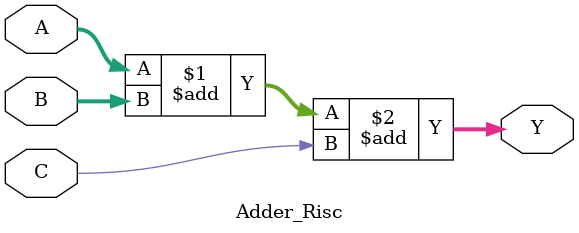
<source format=v>
module Adder_Risc(A, B, C, Y);
  //Input and Output Declaration
  input [31:0] A, B;
  input C;
  output [31:0] Y;
  
  //code
  assign Y = A + B + C;

endmodule
</source>
